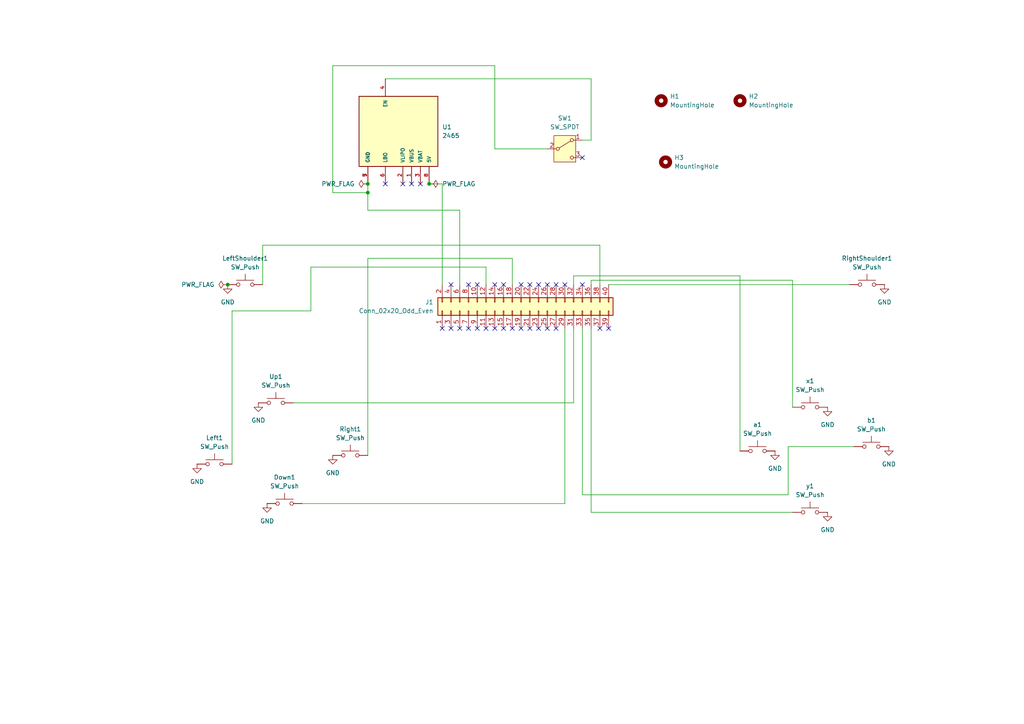
<source format=kicad_sch>
(kicad_sch (version 20250114) (generator "eeschema") (generator_version "9.0")
  (paper "A4")
  (lib_symbols
    (symbol "1000c:2465" (pin_names (offset 1.016))
      (property "Reference" "U" (at -10.16 10.795 0))
      (property "Value" "2465" (at -10.16 -15.24 0))
      (symbol "2465_0_0"
        (rectangle (start -10.16 -12.7) (end 10.16 10.16) (stroke (width 0.254)) (fill (type background)))
        (pin input line (at -15.24 -5.08 0) (length 5.08) (name "EN") (number "4"))
        (pin power_in line (at 15.24 7.62 180) (length 5.08) (name "5V") (number "8"))
        (pin power_in line (at 15.24 5.08 180) (length 5.08) (name "VBAT") (number "3"))
        (pin power_in line (at 15.24 2.54 180) (length 5.08) (name "VBUS") (number "1"))
        (pin power_in line (at 15.24 0 180) (length 5.08) (name "VLIPO") (number "2"))
        (pin output line (at 15.24 -5.08 180) (length 5.08) (name "LBO") (number "6"))
        (pin power_in line (at 15.24 -10.16 180) (length 5.08) (name "GND") (number "5"))
        (pin power_in line (at 15.24 -10.16 180) (length 5.08) (name "GND") (number "7"))
      )
    )
    (symbol "Connector_Generic:Conn_02x20_Odd_Even" (pin_names (offset 1.016) (hide yes))
      (property "Reference" "J" (at 1.27 25.4 0))
      (property "Value" "Conn_02x20_Odd_Even" (at 1.27 -27.94 0))
      (symbol "Conn_02x20_Odd_Even_1_1"
        (rectangle (start -1.27 24.13) (end 3.81 -26.67) (stroke (width 0.254)) (fill (type background)))
        (rectangle (start -1.27 22.987) (end 0 22.733) (stroke (width 0.1524)))
        (rectangle (start -1.27 20.447) (end 0 20.193) (stroke (width 0.1524)))
        (rectangle (start -1.27 17.907) (end 0 17.653) (stroke (width 0.1524)))
        (rectangle (start -1.27 15.367) (end 0 15.113) (stroke (width 0.1524)))
        (rectangle (start -1.27 12.827) (end 0 12.573) (stroke (width 0.1524)))
        (rectangle (start -1.27 10.287) (end 0 10.033) (stroke (width 0.1524)))
        (rectangle (start -1.27 7.747) (end 0 7.493) (stroke (width 0.1524)))
        (rectangle (start -1.27 5.207) (end 0 4.953) (stroke (width 0.1524)))
        (rectangle (start -1.27 2.667) (end 0 2.413) (stroke (width 0.1524)))
        (rectangle (start -1.27 0.127) (end 0 -0.127) (stroke (width 0.1524)))
        (rectangle (start -1.27 -2.413) (end 0 -2.667) (stroke (width 0.1524)))
        (rectangle (start -1.27 -4.953) (end 0 -5.207) (stroke (width 0.1524)))
        (rectangle (start -1.27 -7.493) (end 0 -7.747) (stroke (width 0.1524)))
        (rectangle (start -1.27 -10.033) (end 0 -10.287) (stroke (width 0.1524)))
        (rectangle (start -1.27 -12.573) (end 0 -12.827) (stroke (width 0.1524)))
        (rectangle (start -1.27 -15.113) (end 0 -15.367) (stroke (width 0.1524)))
        (rectangle (start -1.27 -17.653) (end 0 -17.907) (stroke (width 0.1524)))
        (rectangle (start -1.27 -20.193) (end 0 -20.447) (stroke (width 0.1524)))
        (rectangle (start -1.27 -22.733) (end 0 -22.987) (stroke (width 0.1524)))
        (rectangle (start -1.27 -25.273) (end 0 -25.527) (stroke (width 0.1524)))
        (rectangle (start 3.81 22.987) (end 2.54 22.733) (stroke (width 0.1524)))
        (rectangle (start 3.81 20.447) (end 2.54 20.193) (stroke (width 0.1524)))
        (rectangle (start 3.81 17.907) (end 2.54 17.653) (stroke (width 0.1524)))
        (rectangle (start 3.81 15.367) (end 2.54 15.113) (stroke (width 0.1524)))
        (rectangle (start 3.81 12.827) (end 2.54 12.573) (stroke (width 0.1524)))
        (rectangle (start 3.81 10.287) (end 2.54 10.033) (stroke (width 0.1524)))
        (rectangle (start 3.81 7.747) (end 2.54 7.493) (stroke (width 0.1524)))
        (rectangle (start 3.81 5.207) (end 2.54 4.953) (stroke (width 0.1524)))
        (rectangle (start 3.81 2.667) (end 2.54 2.413) (stroke (width 0.1524)))
        (rectangle (start 3.81 0.127) (end 2.54 -0.127) (stroke (width 0.1524)))
        (rectangle (start 3.81 -2.413) (end 2.54 -2.667) (stroke (width 0.1524)))
        (rectangle (start 3.81 -4.953) (end 2.54 -5.207) (stroke (width 0.1524)))
        (rectangle (start 3.81 -7.493) (end 2.54 -7.747) (stroke (width 0.1524)))
        (rectangle (start 3.81 -10.033) (end 2.54 -10.287) (stroke (width 0.1524)))
        (rectangle (start 3.81 -12.573) (end 2.54 -12.827) (stroke (width 0.1524)))
        (rectangle (start 3.81 -15.113) (end 2.54 -15.367) (stroke (width 0.1524)))
        (rectangle (start 3.81 -17.653) (end 2.54 -17.907) (stroke (width 0.1524)))
        (rectangle (start 3.81 -20.193) (end 2.54 -20.447) (stroke (width 0.1524)))
        (rectangle (start 3.81 -22.733) (end 2.54 -22.987) (stroke (width 0.1524)))
        (rectangle (start 3.81 -25.273) (end 2.54 -25.527) (stroke (width 0.1524)))
        (pin passive line (at -5.08 22.86 0) (length 3.81) (name "Pin_1") (number "1"))
        (pin passive line (at -5.08 20.32 0) (length 3.81) (name "Pin_3") (number "3"))
        (pin passive line (at -5.08 17.78 0) (length 3.81) (name "Pin_5") (number "5"))
        (pin passive line (at -5.08 15.24 0) (length 3.81) (name "Pin_7") (number "7"))
        (pin passive line (at -5.08 12.7 0) (length 3.81) (name "Pin_9") (number "9"))
        (pin passive line (at -5.08 10.16 0) (length 3.81) (name "Pin_11") (number "11"))
        (pin passive line (at -5.08 7.62 0) (length 3.81) (name "Pin_13") (number "13"))
        (pin passive line (at -5.08 5.08 0) (length 3.81) (name "Pin_15") (number "15"))
        (pin passive line (at -5.08 2.54 0) (length 3.81) (name "Pin_17") (number "17"))
        (pin passive line (at -5.08 0 0) (length 3.81) (name "Pin_19") (number "19"))
        (pin passive line (at -5.08 -2.54 0) (length 3.81) (name "Pin_21") (number "21"))
        (pin passive line (at -5.08 -5.08 0) (length 3.81) (name "Pin_23") (number "23"))
        (pin passive line (at -5.08 -7.62 0) (length 3.81) (name "Pin_25") (number "25"))
        (pin passive line (at -5.08 -10.16 0) (length 3.81) (name "Pin_27") (number "27"))
        (pin passive line (at -5.08 -12.7 0) (length 3.81) (name "Pin_29") (number "29"))
        (pin passive line (at -5.08 -15.24 0) (length 3.81) (name "Pin_31") (number "31"))
        (pin passive line (at -5.08 -17.78 0) (length 3.81) (name "Pin_33") (number "33"))
        (pin passive line (at -5.08 -20.32 0) (length 3.81) (name "Pin_35") (number "35"))
        (pin passive line (at -5.08 -22.86 0) (length 3.81) (name "Pin_37") (number "37"))
        (pin passive line (at -5.08 -25.4 0) (length 3.81) (name "Pin_39") (number "39"))
        (pin passive line (at 7.62 22.86 180) (length 3.81) (name "Pin_2") (number "2"))
        (pin passive line (at 7.62 20.32 180) (length 3.81) (name "Pin_4") (number "4"))
        (pin passive line (at 7.62 17.78 180) (length 3.81) (name "Pin_6") (number "6"))
        (pin passive line (at 7.62 15.24 180) (length 3.81) (name "Pin_8") (number "8"))
        (pin passive line (at 7.62 12.7 180) (length 3.81) (name "Pin_10") (number "10"))
        (pin passive line (at 7.62 10.16 180) (length 3.81) (name "Pin_12") (number "12"))
        (pin passive line (at 7.62 7.62 180) (length 3.81) (name "Pin_14") (number "14"))
        (pin passive line (at 7.62 5.08 180) (length 3.81) (name "Pin_16") (number "16"))
        (pin passive line (at 7.62 2.54 180) (length 3.81) (name "Pin_18") (number "18"))
        (pin passive line (at 7.62 0 180) (length 3.81) (name "Pin_20") (number "20"))
        (pin passive line (at 7.62 -2.54 180) (length 3.81) (name "Pin_22") (number "22"))
        (pin passive line (at 7.62 -5.08 180) (length 3.81) (name "Pin_24") (number "24"))
        (pin passive line (at 7.62 -7.62 180) (length 3.81) (name "Pin_26") (number "26"))
        (pin passive line (at 7.62 -10.16 180) (length 3.81) (name "Pin_28") (number "28"))
        (pin passive line (at 7.62 -12.7 180) (length 3.81) (name "Pin_30") (number "30"))
        (pin passive line (at 7.62 -15.24 180) (length 3.81) (name "Pin_32") (number "32"))
        (pin passive line (at 7.62 -17.78 180) (length 3.81) (name "Pin_34") (number "34"))
        (pin passive line (at 7.62 -20.32 180) (length 3.81) (name "Pin_36") (number "36"))
        (pin passive line (at 7.62 -22.86 180) (length 3.81) (name "Pin_38") (number "38"))
        (pin passive line (at 7.62 -25.4 180) (length 3.81) (name "Pin_40") (number "40"))
      )
    )
    (symbol "Mechanical:MountingHole" (pin_names (offset 1.016)) (in_bom no)
      (property "Reference" "H" (at 0 5.08 0))
      (property "Value" "MountingHole" (at 0 3.175 0))
      (symbol "MountingHole_0_1"
        (circle (center 0 0) (radius 1.27) (stroke (width 1.27)))
      )
    )
    (symbol "Switch:SW_Push" (pin_numbers (hide yes)) (pin_names (offset 1.016) (hide yes))
      (property "Reference" "SW" (at 1.27 2.54 0))
      (property "Value" "SW_Push" (at 0 -1.524 0))
      (symbol "SW_Push_0_1"
        (circle (center -2.032 0) (radius 0.508))
        (polyline (pts (xy 0 1.27) (xy 0 3.048)))
        (circle (center 2.032 0) (radius 0.508))
        (polyline (pts (xy 2.54 1.27) (xy -2.54 1.27)))
        (pin passive line (at -5.08 0 0) (length 2.54) (name "1") (number "1"))
        (pin passive line (at 5.08 0 180) (length 2.54) (name "2") (number "2"))
      )
    )
    (symbol "Switch:SW_SPDT" (pin_names (offset 0) (hide yes))
      (property "Reference" "SW" (at 0 5.08 0))
      (property "Value" "SW_SPDT" (at 0 -5.08 0))
      (symbol "SW_SPDT_0_1"
        (circle (center -2.032 0) (radius 0.4572))
        (polyline (pts (xy -1.651 0.254) (xy 1.651 2.286)))
        (circle (center 2.032 2.54) (radius 0.4572))
        (circle (center 2.032 -2.54) (radius 0.4572))
      )
      (symbol "SW_SPDT_1_1"
        (rectangle (start -3.175 3.81) (end 3.175 -3.81) (fill (type background)))
        (pin passive line (at -5.08 0 0) (length 2.54) (name "B") (number "2"))
        (pin passive line (at 5.08 2.54 180) (length 2.54) (name "A") (number "1"))
        (pin passive line (at 5.08 -2.54 180) (length 2.54) (name "C") (number "3"))
      )
    )
    (symbol "power:GND" (power) (pin_numbers (hide yes)) (pin_names (offset 0) (hide yes))
      (property "Value" "GND" (at 0 -3.81 0))
      (symbol "GND_0_1"
        (polyline (pts (xy 0 0) (xy 0 -1.27) (xy 1.27 -1.27) (xy 0 -2.54) (xy -1.27 -1.27) (xy 0 -1.27)))
      )
      (symbol "GND_1_1"
        (pin power_in line (at 0 0 270) (length 0) (name "~") (number "1"))
      )
    )
    (symbol "power:PWR_FLAG" (power) (pin_numbers (hide yes)) (pin_names (offset 0) (hide yes))
      (property "Value" "PWR_FLAG" (at 0 3.81 0))
      (symbol "PWR_FLAG_0_0"
        (pin power_out line (at 0 0 90) (length 0) (name "~") (number "1"))
      )
      (symbol "PWR_FLAG_0_1"
        (polyline (pts (xy 0 0) (xy 0 1.27) (xy -1.016 1.905) (xy 0 2.54) (xy 1.016 1.905) (xy 0 1.27)))
      )
    )
  )
  (junction (at 124.46 53.34))
  (junction (at 66.04 82.55))
  (junction (at 106.68 55.88))
  (junction (at 106.68 53.34))
  (no_connect (at 153.67 95.25))
  (no_connect (at 151.13 95.25))
  (no_connect (at 168.91 45.72))
  (no_connect (at 161.29 82.55))
  (no_connect (at 130.81 82.55))
  (no_connect (at 138.43 95.25))
  (no_connect (at 161.29 95.25))
  (no_connect (at 173.99 95.25))
  (no_connect (at 128.27 95.25))
  (no_connect (at 116.84 53.34))
  (no_connect (at 138.43 82.55))
  (no_connect (at 111.76 53.34))
  (no_connect (at 168.91 82.55))
  (no_connect (at 148.59 95.25))
  (no_connect (at 135.89 95.25))
  (no_connect (at 143.51 82.55))
  (no_connect (at 146.05 95.25))
  (no_connect (at 121.92 53.34))
  (no_connect (at 163.83 82.55))
  (no_connect (at 140.97 95.25))
  (no_connect (at 135.89 82.55))
  (no_connect (at 153.67 82.55))
  (no_connect (at 151.13 82.55))
  (no_connect (at 133.35 95.25))
  (no_connect (at 156.21 95.25))
  (no_connect (at 156.21 82.55))
  (no_connect (at 130.81 95.25))
  (no_connect (at 119.38 53.34))
  (no_connect (at 158.75 82.55))
  (no_connect (at 146.05 82.55))
  (no_connect (at 176.53 95.25))
  (no_connect (at 158.75 95.25))
  (no_connect (at 143.51 95.25))
  (wire (pts (xy 106.68 132.08) (xy 106.68 74.93)))
  (wire (pts (xy 228.6 143.51) (xy 168.91 143.51)))
  (wire (pts (xy 143.51 43.18) (xy 143.51 19.05)))
  (wire (pts (xy 76.2 82.55) (xy 76.2 71.12)))
  (wire (pts (xy 173.99 71.12) (xy 173.99 82.55)))
  (wire (pts (xy 106.68 60.96) (xy 106.68 55.88)))
  (wire (pts (xy 106.68 74.93) (xy 148.59 74.93)))
  (wire (pts (xy 87.63 146.05) (xy 163.83 146.05)))
  (wire (pts (xy 143.51 19.05) (xy 96.52 19.05)))
  (wire (pts (xy 176.53 82.55) (xy 246.38 82.55)))
  (wire (pts (xy 158.75 43.18) (xy 143.51 43.18)))
  (wire (pts (xy 133.35 60.96) (xy 106.68 60.96)))
  (wire (pts (xy 171.45 81.28) (xy 171.45 82.55)))
  (wire (pts (xy 90.17 77.47) (xy 140.97 77.47)))
  (wire (pts (xy 85.09 116.84) (xy 166.37 116.84)))
  (wire (pts (xy 96.52 19.05) (xy 96.52 55.88)))
  (wire (pts (xy 90.17 90.17) (xy 90.17 77.47)))
  (wire (pts (xy 133.35 82.55) (xy 133.35 60.96)))
  (wire (pts (xy 106.68 55.88) (xy 106.68 53.34)))
  (wire (pts (xy 171.45 22.86) (xy 171.45 40.64)))
  (wire (pts (xy 166.37 95.25) (xy 166.37 116.84)))
  (wire (pts (xy 171.45 40.64) (xy 168.91 40.64)))
  (wire (pts (xy 67.31 90.17) (xy 90.17 90.17)))
  (wire (pts (xy 214.63 80.01) (xy 166.37 80.01)))
  (wire (pts (xy 171.45 148.59) (xy 171.45 95.25)))
  (wire (pts (xy 128.27 82.55) (xy 128.27 53.34)))
  (wire (pts (xy 229.87 118.11) (xy 229.87 81.28)))
  (wire (pts (xy 229.87 81.28) (xy 171.45 81.28)))
  (wire (pts (xy 96.52 55.88) (xy 106.68 55.88)))
  (wire (pts (xy 168.91 143.51) (xy 168.91 95.25)))
  (wire (pts (xy 148.59 74.93) (xy 148.59 82.55)))
  (wire (pts (xy 111.76 22.86) (xy 171.45 22.86)))
  (wire (pts (xy 67.31 134.62) (xy 67.31 90.17)))
  (wire (pts (xy 247.65 129.54) (xy 228.6 129.54)))
  (wire (pts (xy 166.37 80.01) (xy 166.37 82.55)))
  (wire (pts (xy 214.63 130.81) (xy 214.63 80.01)))
  (wire (pts (xy 140.97 77.47) (xy 140.97 82.55)))
  (wire (pts (xy 76.2 71.12) (xy 173.99 71.12)))
  (wire (pts (xy 228.6 129.54) (xy 228.6 143.51)))
  (wire (pts (xy 163.83 146.05) (xy 163.83 95.25)))
  (wire (pts (xy 128.27 53.34) (xy 124.46 53.34)))
  (wire (pts (xy 229.87 148.59) (xy 171.45 148.59)))
  (symbol (lib_id "Switch:SW_Push") (at 80.01 116.84 0) (unit 1)
    (property "Reference" "Up1" (at 80.01 109.22 0))
    (property "Value" "SW_Push" (at 80.01 111.76 0))
    (property "Footprint" "Button_Switch_THT:SW_PUSH_6mm" (effects (hide yes)))
    (property "Description" "Push button switch, generic, two pins" (effects (hide yes)))
  )
  (symbol (lib_id "power:PWR_FLAG") (at 66.04 82.55 90) (unit 1)
    (property "Reference" "#FLG03" (effects (hide yes)))
    (property "Value" "PWR_FLAG" (at 62.23 82.5499 90) (effects (justify left)))
    (property "Description" "Special symbol for telling ERC where power comes from" (effects (hide yes)))
  )
  (symbol (lib_id "Switch:SW_SPDT") (at 163.83 43.18 0) (unit 1)
    (property "Reference" "SW1" (at 163.83 34.29 0))
    (property "Value" "SW_SPDT" (at 163.83 36.83 0))
    (property "Footprint" "1 spdt:SW_MINI-SPDT-SW" (effects (hide yes)))
    (property "Description" "Switch, single pole double throw" (effects (hide yes)))
  )
  (symbol (lib_id "power:GND") (at 257.81 129.54 0) (unit 1)
    (property "Reference" "#PWR08" (effects (hide yes)))
    (property "Value" "GND" (at 257.81 134.62 0))
    (property "Description" "Power symbol creates a global label with name \"GND\" , ground" (effects (hide yes)))
  )
  (symbol (lib_id "power:GND") (at 256.54 82.55 0) (unit 1)
    (property "Reference" "#PWR010" (effects (hide yes)))
    (property "Value" "GND" (at 256.54 87.63 0))
    (property "Description" "Power symbol creates a global label with name \"GND\" , ground" (effects (hide yes)))
  )
  (symbol (lib_id "Switch:SW_Push") (at 101.6 132.08 0) (unit 1)
    (property "Reference" "Right1" (at 101.6 124.46 0))
    (property "Value" "SW_Push" (at 101.6 127 0))
    (property "Footprint" "Button_Switch_THT:SW_PUSH_6mm" (effects (hide yes)))
    (property "Description" "Push button switch, generic, two pins" (effects (hide yes)))
  )
  (symbol (lib_id "1000c:2465") (at 116.84 38.1 270) (unit 1)
    (property "Reference" "U1" (at 128.27 36.8299 90) (effects (justify left)))
    (property "Value" "2465" (at 128.27 39.3699 90) (effects (justify left)))
    (property "Footprint" "1000c:MODULE_2465" (effects (hide yes)))
    (property "MF" "Adafruit Industries" (effects (hide yes)))
    (property "MAXIMUM_PACKAGE_HEIGHT" "10.16 mm" (effects (hide yes)))
    (property "Package" "NON-STANDARD-29 ADAFRUIT" (effects (hide yes)))
    (property "Price" "None" (effects (hide yes)))
    (property "Check_prices" "https://www.snapeda.com/parts/2465/Adafruit+Industries/view-part/?ref=eda" (effects (hide yes)))
    (property "STANDARD" "Manufacturer Recommendations" (effects (hide yes)))
    (property "PARTREV" "B" (effects (hide yes)))
    (property "SnapEDA_Link" "https://www.snapeda.com/parts/2465/Adafruit+Industries/view-part/?ref=snap" (effects (hide yes)))
    (property "MP" "2465" (effects (hide yes)))
    (property "Description_1" "PowerBoost 1000 Charger - Rechargeable 5V Lipo USB Boost at 1A - 1000C" (effects (hide yes)))
    (property "Availability" "In Stock" (effects (hide yes)))
    (property "MANUFACTURER" "Adafruit" (effects (hide yes)))
  )
  (symbol (lib_id "power:GND") (at 57.15 134.62 0) (unit 1)
    (property "Reference" "#PWR03" (effects (hide yes)))
    (property "Value" "GND" (at 57.15 139.7 0))
    (property "Description" "Power symbol creates a global label with name \"GND\" , ground" (effects (hide yes)))
  )
  (symbol (lib_id "Switch:SW_Push") (at 252.73 129.54 0) (unit 1)
    (property "Reference" "b1" (at 252.73 121.92 0))
    (property "Value" "SW_Push" (at 252.73 124.46 0))
    (property "Footprint" "Button_Switch_THT:SW_PUSH_6mm" (effects (hide yes)))
    (property "Description" "Push button switch, generic, two pins" (effects (hide yes)))
  )
  (symbol (lib_id "power:PWR_FLAG") (at 124.46 53.34 270) (unit 1)
    (property "Reference" "#FLG02" (effects (hide yes)))
    (property "Value" "PWR_FLAG" (at 128.27 53.3399 90) (effects (justify left)))
    (property "Description" "Special symbol for telling ERC where power comes from" (effects (hide yes)))
  )
  (symbol (lib_id "Switch:SW_Push") (at 219.71 130.81 0) (unit 1)
    (property "Reference" "a1" (at 219.71 123.19 0))
    (property "Value" "SW_Push" (at 219.71 125.73 0))
    (property "Footprint" "Button_Switch_THT:SW_PUSH_6mm" (effects (hide yes)))
    (property "Description" "Push button switch, generic, two pins" (effects (hide yes)))
  )
  (symbol (lib_id "Switch:SW_Push") (at 82.55 146.05 0) (unit 1)
    (property "Reference" "Down1" (at 82.55 138.43 0))
    (property "Value" "SW_Push" (at 82.55 140.97 0))
    (property "Footprint" "Button_Switch_THT:SW_PUSH_6mm" (effects (hide yes)))
    (property "Description" "Push button switch, generic, two pins" (effects (hide yes)))
  )
  (symbol (lib_id "Switch:SW_Push") (at 71.12 82.55 0) (unit 1)
    (property "Reference" "LeftShoulder1" (at 71.12 74.93 0))
    (property "Value" "SW_Push" (at 71.12 77.47 0))
    (property "Footprint" "Button_Switch_THT:SW_PUSH_6mm" (effects (hide yes)))
    (property "Description" "Push button switch, generic, two pins" (effects (hide yes)))
  )
  (symbol (lib_id "power:GND") (at 240.03 118.11 0) (unit 1)
    (property "Reference" "#PWR07" (effects (hide yes)))
    (property "Value" "GND" (at 240.03 123.19 0))
    (property "Description" "Power symbol creates a global label with name \"GND\" , ground" (effects (hide yes)))
  )
  (symbol (lib_id "power:PWR_FLAG") (at 106.68 53.34 90) (unit 1)
    (property "Reference" "#FLG01" (effects (hide yes)))
    (property "Value" "PWR_FLAG" (at 102.87 53.3399 90) (effects (justify left)))
    (property "Description" "Special symbol for telling ERC where power comes from" (effects (hide yes)))
  )
  (symbol (lib_id "power:GND") (at 66.04 82.55 0) (unit 1)
    (property "Reference" "#PWR01" (effects (hide yes)))
    (property "Value" "GND" (at 66.04 87.63 0))
    (property "Description" "Power symbol creates a global label with name \"GND\" , ground" (effects (hide yes)))
  )
  (symbol (lib_id "Mechanical:MountingHole") (at 214.63 29.21 0) (unit 1) (in_bom no)
    (property "Reference" "H2" (at 217.17 27.9399 0) (effects (justify left)))
    (property "Value" "MountingHole" (at 217.17 30.4799 0) (effects (justify left)))
    (property "Footprint" "MountingHole:MountingHole_2.5mm" (effects (hide yes)))
    (property "Description" "Mounting Hole without connection" (effects (hide yes)))
  )
  (symbol (lib_id "Switch:SW_Push") (at 251.46 82.55 0) (unit 1)
    (property "Reference" "RightShoulder1" (at 251.46 74.93 0))
    (property "Value" "SW_Push" (at 251.46 77.47 0))
    (property "Footprint" "Button_Switch_THT:SW_PUSH_6mm" (effects (hide yes)))
    (property "Description" "Push button switch, generic, two pins" (effects (hide yes)))
  )
  (symbol (lib_id "Mechanical:MountingHole") (at 193.04 46.99 0) (unit 1) (in_bom no)
    (property "Reference" "H3" (at 195.58 45.7199 0) (effects (justify left)))
    (property "Value" "MountingHole" (at 195.58 48.2599 0) (effects (justify left)))
    (property "Footprint" "MountingHole:MountingHole_2.5mm" (effects (hide yes)))
    (property "Description" "Mounting Hole without connection" (effects (hide yes)))
  )
  (symbol (lib_id "power:GND") (at 77.47 146.05 0) (unit 1)
    (property "Reference" "#PWR04" (effects (hide yes)))
    (property "Value" "GND" (at 77.47 151.13 0))
    (property "Description" "Power symbol creates a global label with name \"GND\" , ground" (effects (hide yes)))
  )
  (symbol (lib_id "Mechanical:MountingHole") (at 191.77 29.21 0) (unit 1) (in_bom no)
    (property "Reference" "H1" (at 194.31 27.9399 0) (effects (justify left)))
    (property "Value" "MountingHole" (at 194.31 30.4799 0) (effects (justify left)))
    (property "Footprint" "MountingHole:MountingHole_2.5mm" (effects (hide yes)))
    (property "Description" "Mounting Hole without connection" (effects (hide yes)))
  )
  (symbol (lib_id "Connector_Generic:Conn_02x20_Odd_Even") (at 151.13 90.17 90) (unit 1)
    (property "Reference" "J1" (at 125.73 87.6299 90) (effects (justify left)))
    (property "Value" "Conn_02x20_Odd_Even" (at 125.73 90.1699 90) (effects (justify left)))
    (property "Footprint" "1 pi:MODULE_SC1176" (effects (hide yes)))
    (property "Description" "Generic connector, double row, 02x20, odd/even pin numbering scheme (row 1 odd numbers, row 2 even numbers), script generated (kicad-library-utils/schlib/autogen/connector/)" (effects (hide yes)))
  )
  (symbol (lib_id "Switch:SW_Push") (at 62.23 134.62 0) (unit 1)
    (property "Reference" "Left1" (at 62.23 127 0))
    (property "Value" "SW_Push" (at 62.23 129.54 0))
    (property "Footprint" "Button_Switch_THT:SW_PUSH_6mm" (effects (hide yes)))
    (property "Description" "Push button switch, generic, two pins" (effects (hide yes)))
  )
  (symbol (lib_id "Switch:SW_Push") (at 234.95 118.11 0) (unit 1)
    (property "Reference" "x1" (at 234.95 110.49 0))
    (property "Value" "SW_Push" (at 234.95 113.03 0))
    (property "Footprint" "Button_Switch_THT:SW_PUSH_6mm" (effects (hide yes)))
    (property "Description" "Push button switch, generic, two pins" (effects (hide yes)))
  )
  (symbol (lib_id "Switch:SW_Push") (at 234.95 148.59 0) (unit 1)
    (property "Reference" "y1" (at 234.95 140.97 0))
    (property "Value" "SW_Push" (at 234.95 143.51 0))
    (property "Footprint" "Button_Switch_THT:SW_PUSH_6mm" (effects (hide yes)))
    (property "Description" "Push button switch, generic, two pins" (effects (hide yes)))
  )
  (symbol (lib_id "power:GND") (at 240.03 148.59 0) (unit 1)
    (property "Reference" "#PWR09" (effects (hide yes)))
    (property "Value" "GND" (at 240.03 153.67 0))
    (property "Description" "Power symbol creates a global label with name \"GND\" , ground" (effects (hide yes)))
  )
  (symbol (lib_id "power:GND") (at 74.93 116.84 0) (unit 1)
    (property "Reference" "#PWR02" (effects (hide yes)))
    (property "Value" "GND" (at 74.93 121.92 0))
    (property "Description" "Power symbol creates a global label with name \"GND\" , ground" (effects (hide yes)))
  )
  (symbol (lib_id "power:GND") (at 96.52 132.08 0) (unit 1)
    (property "Reference" "#PWR05" (effects (hide yes)))
    (property "Value" "GND" (at 96.52 137.16 0))
    (property "Description" "Power symbol creates a global label with name \"GND\" , ground" (effects (hide yes)))
  )
  (symbol (lib_id "power:GND") (at 224.79 130.81 0) (unit 1)
    (property "Reference" "#PWR06" (effects (hide yes)))
    (property "Value" "GND" (at 224.79 135.89 0))
    (property "Description" "Power symbol creates a global label with name \"GND\" , ground" (effects (hide yes)))
  )
)
</source>
